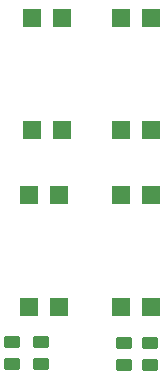
<source format=gbr>
%TF.GenerationSoftware,KiCad,Pcbnew,9.0.6*%
%TF.CreationDate,2025-11-07T06:51:29-08:00*%
%TF.ProjectId,bramble_valve_indexer,6272616d-626c-4655-9f76-616c76655f69,rev?*%
%TF.SameCoordinates,Original*%
%TF.FileFunction,Paste,Top*%
%TF.FilePolarity,Positive*%
%FSLAX46Y46*%
G04 Gerber Fmt 4.6, Leading zero omitted, Abs format (unit mm)*
G04 Created by KiCad (PCBNEW 9.0.6) date 2025-11-07 06:51:29*
%MOMM*%
%LPD*%
G01*
G04 APERTURE LIST*
G04 Aperture macros list*
%AMRoundRect*
0 Rectangle with rounded corners*
0 $1 Rounding radius*
0 $2 $3 $4 $5 $6 $7 $8 $9 X,Y pos of 4 corners*
0 Add a 4 corners polygon primitive as box body*
4,1,4,$2,$3,$4,$5,$6,$7,$8,$9,$2,$3,0*
0 Add four circle primitives for the rounded corners*
1,1,$1+$1,$2,$3*
1,1,$1+$1,$4,$5*
1,1,$1+$1,$6,$7*
1,1,$1+$1,$8,$9*
0 Add four rect primitives between the rounded corners*
20,1,$1+$1,$2,$3,$4,$5,0*
20,1,$1+$1,$4,$5,$6,$7,0*
20,1,$1+$1,$6,$7,$8,$9,0*
20,1,$1+$1,$8,$9,$2,$3,0*%
G04 Aperture macros list end*
%ADD10RoundRect,0.250000X0.450000X-0.262500X0.450000X0.262500X-0.450000X0.262500X-0.450000X-0.262500X0*%
%ADD11R,1.500000X1.500000*%
G04 APERTURE END LIST*
D10*
%TO.C,R12*%
X28270200Y-45794300D03*
X28270200Y-43969300D03*
%TD*%
%TO.C,R21*%
X35280600Y-45897800D03*
X35280600Y-44072800D03*
%TD*%
D11*
%TO.C,K4*%
X27230000Y-41000000D03*
X29770000Y-41000000D03*
X29770000Y-31500000D03*
X27230000Y-31500000D03*
%TD*%
%TO.C,K3*%
X35000000Y-41000000D03*
X37540000Y-41000000D03*
X37540000Y-31500000D03*
X35000000Y-31500000D03*
%TD*%
%TO.C,K2*%
X27500000Y-26000000D03*
X30040000Y-26000000D03*
X30040000Y-16500000D03*
X27500000Y-16500000D03*
%TD*%
D10*
%TO.C,R13*%
X25806400Y-45794300D03*
X25806400Y-43969300D03*
%TD*%
D11*
%TO.C,K1*%
X35000000Y-26000000D03*
X37540000Y-26000000D03*
X37540000Y-16500000D03*
X35000000Y-16500000D03*
%TD*%
D10*
%TO.C,R20*%
X37439600Y-45897800D03*
X37439600Y-44072800D03*
%TD*%
M02*

</source>
